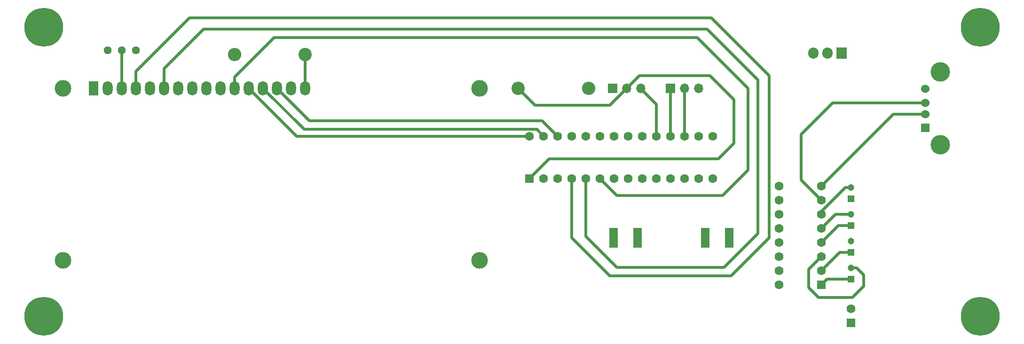
<source format=gbr>
%TF.GenerationSoftware,KiCad,Pcbnew,5.1.10-88a1d61d58~90~ubuntu20.04.1*%
%TF.CreationDate,2022-04-26T10:49:59-05:00*%
%TF.ProjectId,PantallaSerie,50616e74-616c-46c6-9153-657269652e6b,rev?*%
%TF.SameCoordinates,Original*%
%TF.FileFunction,Copper,L1,Top*%
%TF.FilePolarity,Positive*%
%FSLAX46Y46*%
G04 Gerber Fmt 4.6, Leading zero omitted, Abs format (unit mm)*
G04 Created by KiCad (PCBNEW 5.1.10-88a1d61d58~90~ubuntu20.04.1) date 2022-04-26 10:49:59*
%MOMM*%
%LPD*%
G01*
G04 APERTURE LIST*
%TA.AperFunction,ComponentPad*%
%ADD10R,1.600000X1.600000*%
%TD*%
%TA.AperFunction,ComponentPad*%
%ADD11C,1.600000*%
%TD*%
%TA.AperFunction,ComponentPad*%
%ADD12R,1.200000X1.200000*%
%TD*%
%TA.AperFunction,ComponentPad*%
%ADD13C,1.200000*%
%TD*%
%TA.AperFunction,ComponentPad*%
%ADD14C,0.100000*%
%TD*%
%TA.AperFunction,ComponentPad*%
%ADD15R,1.800000X2.600000*%
%TD*%
%TA.AperFunction,ComponentPad*%
%ADD16O,1.800000X2.600000*%
%TD*%
%TA.AperFunction,ComponentPad*%
%ADD17C,3.000000*%
%TD*%
%TA.AperFunction,ComponentPad*%
%ADD18C,7.000000*%
%TD*%
%TA.AperFunction,ComponentPad*%
%ADD19O,1.905000X2.000000*%
%TD*%
%TA.AperFunction,ComponentPad*%
%ADD20R,1.905000X2.000000*%
%TD*%
%TA.AperFunction,ComponentPad*%
%ADD21O,1.700000X1.700000*%
%TD*%
%TA.AperFunction,ComponentPad*%
%ADD22R,1.700000X1.700000*%
%TD*%
%TA.AperFunction,ComponentPad*%
%ADD23C,1.524000*%
%TD*%
%TA.AperFunction,ComponentPad*%
%ADD24R,1.524000X1.524000*%
%TD*%
%TA.AperFunction,ComponentPad*%
%ADD25C,3.500000*%
%TD*%
%TA.AperFunction,ComponentPad*%
%ADD26O,2.400000X2.400000*%
%TD*%
%TA.AperFunction,ComponentPad*%
%ADD27C,2.400000*%
%TD*%
%TA.AperFunction,ComponentPad*%
%ADD28C,1.440000*%
%TD*%
%TA.AperFunction,Conductor*%
%ADD29C,0.500000*%
%TD*%
%TA.AperFunction,Conductor*%
%ADD30C,0.250000*%
%TD*%
G04 APERTURE END LIST*
D10*
%TO.P,U1,1*%
%TO.N,Net-(C1-Pad1)*%
X211404200Y-127381000D03*
D11*
%TO.P,U1,2*%
%TO.N,Net-(C2-Pad1)*%
X211404200Y-124841000D03*
%TO.P,U1,3*%
%TO.N,Net-(C1-Pad2)*%
X211404200Y-122301000D03*
%TO.P,U1,4*%
%TO.N,Net-(C4-Pad1)*%
X211404200Y-119761000D03*
%TO.P,U1,5*%
%TO.N,Net-(C4-Pad2)*%
X211404200Y-117221000D03*
%TO.P,U1,6*%
%TO.N,Net-(C3-Pad2)*%
X211404200Y-114681000D03*
%TO.P,U1,7*%
%TO.N,Net-(J1-Pad3)*%
X211404200Y-112141000D03*
%TO.P,U1,10*%
%TO.N,Net-(U1-Pad10)*%
X203784200Y-112141000D03*
%TO.P,U1,11*%
%TO.N,Net-(U1-Pad11)*%
X203784200Y-114681000D03*
%TO.P,U1,12*%
%TO.N,Net-(U1-Pad12)*%
X203784200Y-117221000D03*
%TO.P,U1,13*%
%TO.N,Net-(U1-Pad13)*%
X203784200Y-119761000D03*
%TO.P,U1,14*%
%TO.N,Net-(U1-Pad14)*%
X203784200Y-122301000D03*
%TO.P,U1,15*%
%TO.N,GND*%
X203784200Y-124841000D03*
%TO.P,U1,16*%
%TO.N,+5V*%
X203784200Y-127381000D03*
%TO.P,U1,8*%
%TO.N,Net-(J1-Pad2)*%
X211404200Y-109601000D03*
%TO.P,U1,9*%
%TO.N,Net-(U1-Pad9)*%
X203784200Y-109601000D03*
%TD*%
D12*
%TO.P,C2,1*%
%TO.N,Net-(C2-Pad1)*%
X216738200Y-121539000D03*
D13*
%TO.P,C2,2*%
%TO.N,GND*%
X216738200Y-119539000D03*
%TD*%
D11*
%TO.P,C5,2*%
%TO.N,GND*%
X216738200Y-131739000D03*
D10*
%TO.P,C5,1*%
%TO.N,+5V*%
X216738200Y-134239000D03*
%TD*%
D13*
%TO.P,C3,2*%
%TO.N,Net-(C3-Pad2)*%
X216738200Y-109887000D03*
D12*
%TO.P,C3,1*%
%TO.N,GND*%
X216738200Y-111887000D03*
%TD*%
D13*
%TO.P,C4,2*%
%TO.N,Net-(C4-Pad2)*%
X216738200Y-114713000D03*
D12*
%TO.P,C4,1*%
%TO.N,Net-(C4-Pad1)*%
X216738200Y-116713000D03*
%TD*%
%TO.P,C1,1*%
%TO.N,Net-(C1-Pad1)*%
X216738200Y-126365000D03*
D13*
%TO.P,C1,2*%
%TO.N,Net-(C1-Pad2)*%
X216738200Y-124365000D03*
%TD*%
%TA.AperFunction,ComponentPad*%
D14*
%TO.P,SW1,1*%
%TO.N,Net-(SW1-Pad1)*%
G36*
X177536600Y-117198200D02*
G01*
X179060600Y-117198200D01*
X179060600Y-120698200D01*
X177536600Y-120698200D01*
X177536600Y-117198200D01*
G37*
%TD.AperFunction*%
%TA.AperFunction,ComponentPad*%
%TO.P,SW1,2*%
%TO.N,GND*%
G36*
X173186600Y-117198200D02*
G01*
X174710600Y-117198200D01*
X174710600Y-120698200D01*
X173186600Y-120698200D01*
X173186600Y-117198200D01*
G37*
%TD.AperFunction*%
%TD*%
%TA.AperFunction,ComponentPad*%
%TO.P,SW2,1*%
%TO.N,Net-(SW2-Pad1)*%
G36*
X191220600Y-120698200D02*
G01*
X189696600Y-120698200D01*
X189696600Y-117198200D01*
X191220600Y-117198200D01*
X191220600Y-120698200D01*
G37*
%TD.AperFunction*%
%TA.AperFunction,ComponentPad*%
%TO.P,SW2,2*%
%TO.N,GND*%
G36*
X195570600Y-120698200D02*
G01*
X194046600Y-120698200D01*
X194046600Y-117198200D01*
X195570600Y-117198200D01*
X195570600Y-120698200D01*
G37*
%TD.AperFunction*%
%TD*%
D15*
%TO.P,U3,1*%
%TO.N,GND*%
X80365600Y-92024200D03*
D16*
%TO.P,U3,2*%
%TO.N,+5V*%
X82905600Y-92024200D03*
%TO.P,U3,3*%
%TO.N,Net-(R_POT_TRIM1-Pad2)*%
X85445600Y-92024200D03*
%TO.P,U3,4*%
%TO.N,Net-(U2-Pad4)*%
X87985600Y-92024200D03*
%TO.P,U3,5*%
%TO.N,GND*%
X90525600Y-92024200D03*
%TO.P,U3,6*%
%TO.N,Net-(U2-Pad5)*%
X93065600Y-92024200D03*
%TO.P,U3,7*%
%TO.N,Net-(U3-Pad7)*%
X95605600Y-92024200D03*
%TO.P,U3,8*%
%TO.N,Net-(U3-Pad8)*%
X98145600Y-92024200D03*
%TO.P,U3,9*%
%TO.N,Net-(U3-Pad9)*%
X100685600Y-92024200D03*
%TO.P,U3,10*%
%TO.N,Net-(U3-Pad10)*%
X103225600Y-92024200D03*
%TO.P,U3,11*%
%TO.N,Net-(U2-Pad6)*%
X105765600Y-92024200D03*
%TO.P,U3,12*%
%TO.N,Net-(U2-Pad28)*%
X108305600Y-92024200D03*
%TO.P,U3,13*%
%TO.N,Net-(U2-Pad27)*%
X110845600Y-92024200D03*
%TO.P,U3,14*%
%TO.N,Net-(U2-Pad26)*%
X113385600Y-92024200D03*
%TO.P,U3,15*%
%TO.N,+5V*%
X115925600Y-92024200D03*
%TO.P,U3,16*%
%TO.N,Net-(R2-Pad1)*%
X118465600Y-92024200D03*
D17*
%TO.P,U3,*%
%TO.N,*%
X74866500Y-92024200D03*
X74866500Y-123024900D03*
X149865080Y-123024900D03*
X149865600Y-92024200D03*
%TD*%
D18*
%TO.P,REF\u002A\u002A,1*%
%TO.N,N/C*%
X240030000Y-133096000D03*
%TD*%
%TO.P,REF\u002A\u002A,1*%
%TO.N,N/C*%
X240030000Y-81026000D03*
%TD*%
%TO.P,REF\u002A\u002A,1*%
%TO.N,N/C*%
X71374000Y-133096000D03*
%TD*%
%TO.P,REF\u002A\u002A,1*%
%TO.N,N/C*%
X71374000Y-81026000D03*
%TD*%
D19*
%TO.P,U4,3*%
%TO.N,+5V*%
X209956400Y-85648800D03*
%TO.P,U4,2*%
%TO.N,GND*%
X212496400Y-85648800D03*
D20*
%TO.P,U4,1*%
%TO.N,+12V*%
X215036400Y-85648800D03*
%TD*%
D21*
%TO.P,J3,3*%
%TO.N,GND*%
X189331600Y-92024200D03*
%TO.P,J3,2*%
%TO.N,Net-(J3-Pad2)*%
X186791600Y-92024200D03*
D22*
%TO.P,J3,1*%
%TO.N,Net-(J3-Pad1)*%
X184251600Y-92024200D03*
%TD*%
D21*
%TO.P,J2,3*%
%TO.N,Net-(J2-Pad3)*%
X178917600Y-92024200D03*
%TO.P,J2,2*%
%TO.N,Net-(J2-Pad2)*%
X176377600Y-92024200D03*
D22*
%TO.P,J2,1*%
%TO.N,+5V*%
X173837600Y-92024200D03*
%TD*%
D23*
%TO.P,J1,4*%
%TO.N,GND*%
X230073200Y-92136200D03*
%TO.P,J1,3*%
%TO.N,Net-(J1-Pad3)*%
X230073200Y-94636200D03*
%TO.P,J1,2*%
%TO.N,Net-(J1-Pad2)*%
X230073200Y-96636200D03*
D24*
%TO.P,J1,1*%
%TO.N,+12V*%
X230073200Y-99136200D03*
D25*
%TO.P,J1,5*%
%TO.N,HT*%
X232783200Y-102206200D03*
X232783200Y-89066200D03*
%TD*%
D26*
%TO.P,R1,2*%
%TO.N,+5V*%
X169519600Y-92024200D03*
D27*
%TO.P,R1,1*%
%TO.N,Net-(J2-Pad2)*%
X156819600Y-92024200D03*
%TD*%
%TO.P,R2,1*%
%TO.N,Net-(R2-Pad1)*%
X118465600Y-85928200D03*
D26*
%TO.P,R2,2*%
%TO.N,GND*%
X105765600Y-85928200D03*
%TD*%
D28*
%TO.P,R_POT_TRIM1,1*%
%TO.N,+5V*%
X82905600Y-85166200D03*
%TO.P,R_POT_TRIM1,2*%
%TO.N,Net-(R_POT_TRIM1-Pad2)*%
X85445600Y-85166200D03*
%TO.P,R_POT_TRIM1,3*%
%TO.N,GND*%
X87985600Y-85166200D03*
%TD*%
D10*
%TO.P,U2,1*%
%TO.N,Net-(J2-Pad2)*%
X158851600Y-108280200D03*
D11*
%TO.P,U2,2*%
%TO.N,Net-(U1-Pad9)*%
X161391600Y-108280200D03*
%TO.P,U2,3*%
%TO.N,Net-(U1-Pad10)*%
X163931600Y-108280200D03*
%TO.P,U2,4*%
%TO.N,Net-(U2-Pad4)*%
X166471600Y-108280200D03*
%TO.P,U2,5*%
%TO.N,Net-(U2-Pad5)*%
X169011600Y-108280200D03*
%TO.P,U2,6*%
%TO.N,Net-(U2-Pad6)*%
X171551600Y-108280200D03*
%TO.P,U2,7*%
%TO.N,+5V*%
X174091600Y-108280200D03*
%TO.P,U2,8*%
%TO.N,GND*%
X176631600Y-108280200D03*
%TO.P,U2,9*%
%TO.N,Net-(U2-Pad9)*%
X179171600Y-108280200D03*
%TO.P,U2,10*%
%TO.N,Net-(U2-Pad10)*%
X181711600Y-108280200D03*
%TO.P,U2,11*%
%TO.N,Net-(U2-Pad11)*%
X184251600Y-108280200D03*
%TO.P,U2,12*%
%TO.N,Net-(U2-Pad12)*%
X186791600Y-108280200D03*
%TO.P,U2,13*%
%TO.N,Net-(SW1-Pad1)*%
X189331600Y-108280200D03*
%TO.P,U2,14*%
%TO.N,Net-(SW2-Pad1)*%
X191871600Y-108280200D03*
%TO.P,U2,15*%
%TO.N,Net-(U2-Pad15)*%
X191871600Y-100660200D03*
%TO.P,U2,16*%
%TO.N,Net-(U2-Pad16)*%
X189331600Y-100660200D03*
%TO.P,U2,17*%
%TO.N,Net-(J3-Pad2)*%
X186791600Y-100660200D03*
%TO.P,U2,18*%
%TO.N,Net-(J3-Pad1)*%
X184251600Y-100660200D03*
%TO.P,U2,19*%
%TO.N,Net-(J2-Pad3)*%
X181711600Y-100660200D03*
%TO.P,U2,20*%
%TO.N,Net-(U2-Pad20)*%
X179171600Y-100660200D03*
%TO.P,U2,21*%
%TO.N,Net-(U2-Pad21)*%
X176631600Y-100660200D03*
%TO.P,U2,22*%
%TO.N,GND*%
X174091600Y-100660200D03*
%TO.P,U2,23*%
%TO.N,Net-(U2-Pad23)*%
X171551600Y-100660200D03*
%TO.P,U2,24*%
%TO.N,Net-(U2-Pad24)*%
X169011600Y-100660200D03*
%TO.P,U2,25*%
%TO.N,Net-(U2-Pad25)*%
X166471600Y-100660200D03*
%TO.P,U2,26*%
%TO.N,Net-(U2-Pad26)*%
X163931600Y-100660200D03*
%TO.P,U2,27*%
%TO.N,Net-(U2-Pad27)*%
X161391600Y-100660200D03*
%TO.P,U2,28*%
%TO.N,Net-(U2-Pad28)*%
X158851600Y-100660200D03*
%TD*%
D29*
%TO.N,Net-(C1-Pad1)*%
X216738200Y-126365000D02*
X212420200Y-126365000D01*
X212420200Y-126365000D02*
X211404200Y-127381000D01*
%TO.N,Net-(C1-Pad2)*%
X217786200Y-124365000D02*
X219024200Y-125603000D01*
X210896200Y-129667000D02*
X209118200Y-127889000D01*
X216992200Y-129667000D02*
X210896200Y-129667000D01*
X219024200Y-127635000D02*
X216992200Y-129667000D01*
X216738200Y-124365000D02*
X217786200Y-124365000D01*
X209118200Y-127889000D02*
X209118200Y-124587000D01*
X219024200Y-125603000D02*
X219024200Y-127635000D01*
X209118200Y-124587000D02*
X211404200Y-122301000D01*
%TO.N,Net-(C2-Pad1)*%
X214706200Y-121539000D02*
X211404200Y-124841000D01*
X216738200Y-121539000D02*
X214706200Y-121539000D01*
D30*
%TO.N,Net-(C3-Pad2)*%
X211404200Y-114173000D02*
X211404200Y-114681000D01*
D29*
X215690200Y-109887000D02*
X211404200Y-114173000D01*
X216738200Y-109887000D02*
X215690200Y-109887000D01*
%TO.N,Net-(C4-Pad2)*%
X213912200Y-114713000D02*
X211404200Y-117221000D01*
X216738200Y-114713000D02*
X213912200Y-114713000D01*
%TO.N,Net-(C4-Pad1)*%
X216738200Y-116713000D02*
X214452200Y-116713000D01*
X214452200Y-116713000D02*
X211404200Y-119761000D01*
D30*
%TO.N,Net-(J1-Pad2)*%
X211388200Y-109585000D02*
X211404200Y-109601000D01*
D29*
X224369000Y-96636200D02*
X211404200Y-109601000D01*
X230073200Y-96636200D02*
X224369000Y-96636200D01*
%TO.N,Net-(J1-Pad3)*%
X230073200Y-94636200D02*
X213440400Y-94636200D01*
X213440400Y-94636200D02*
X207772000Y-100304600D01*
X207772000Y-108508800D02*
X211404200Y-112141000D01*
X207772000Y-100304600D02*
X207772000Y-108508800D01*
%TO.N,Net-(J2-Pad3)*%
X181711600Y-94898200D02*
X178837600Y-92024200D01*
X181711600Y-100660200D02*
X181711600Y-94898200D01*
%TO.N,Net-(J2-Pad2)*%
X176337600Y-92024200D02*
X178623600Y-89738200D01*
X178623600Y-89738200D02*
X191363600Y-89738200D01*
X191363600Y-89738200D02*
X195681600Y-94056200D01*
X195681600Y-94056200D02*
X195681600Y-101930200D01*
X195681600Y-101930200D02*
X192887600Y-104724200D01*
X162407600Y-104724200D02*
X158851600Y-108280200D01*
X192887600Y-104724200D02*
X162407600Y-104724200D01*
X156819600Y-92024200D02*
X159867600Y-95072200D01*
X173289600Y-95072200D02*
X176337600Y-92024200D01*
X159867600Y-95072200D02*
X173289600Y-95072200D01*
%TO.N,Net-(J3-Pad1)*%
X184251600Y-92024200D02*
X184251600Y-100660200D01*
%TO.N,Net-(J3-Pad2)*%
X186751600Y-100620200D02*
X186791600Y-100660200D01*
X186751600Y-92024200D02*
X186751600Y-100620200D01*
%TO.N,Net-(R2-Pad1)*%
X118465600Y-85928200D02*
X118465600Y-92024200D01*
%TO.N,Net-(R_POT_TRIM1-Pad2)*%
X85445600Y-92024200D02*
X85445600Y-85166200D01*
%TO.N,Net-(U2-Pad4)*%
X166471600Y-108280200D02*
X166471600Y-118948200D01*
X166471600Y-118948200D02*
X173329600Y-125806200D01*
X173329600Y-125806200D02*
X195173600Y-125806200D01*
X195173600Y-125806200D02*
X202031600Y-118948200D01*
X202031600Y-118948200D02*
X202031600Y-89738200D01*
X202031600Y-89738200D02*
X191617600Y-79324200D01*
X191617600Y-79324200D02*
X97637600Y-79324200D01*
X87985600Y-88976200D02*
X87985600Y-92024200D01*
X97637600Y-79324200D02*
X87985600Y-88976200D01*
%TO.N,Net-(U2-Pad5)*%
X100177600Y-81356200D02*
X93065600Y-88468200D01*
X199999600Y-118186200D02*
X199999600Y-90500200D01*
X93065600Y-88468200D02*
X93065600Y-92024200D01*
X193903600Y-124282200D02*
X199999600Y-118186200D01*
X174599600Y-124282200D02*
X193903600Y-124282200D01*
X190855600Y-81356200D02*
X100177600Y-81356200D01*
X199999600Y-90500200D02*
X190855600Y-81356200D01*
X169011600Y-118694200D02*
X174599600Y-124282200D01*
X169011600Y-108280200D02*
X169011600Y-118694200D01*
%TO.N,Net-(U2-Pad6)*%
X171551600Y-108280200D02*
X174599600Y-111328200D01*
X174599600Y-111328200D02*
X193649600Y-111328200D01*
X193649600Y-111328200D02*
X198221600Y-106756200D01*
X198221600Y-106756200D02*
X198221600Y-92024200D01*
X198221600Y-92024200D02*
X189077600Y-82880200D01*
X189077600Y-82880200D02*
X112877600Y-82880200D01*
X105765600Y-89992200D02*
X105765600Y-92024200D01*
X112877600Y-82880200D02*
X105765600Y-89992200D01*
%TO.N,Net-(U2-Pad26)*%
X163931600Y-100660200D02*
X161137600Y-97866200D01*
X119227600Y-97866200D02*
X113385600Y-92024200D01*
X161137600Y-97866200D02*
X119227600Y-97866200D01*
%TO.N,Net-(U2-Pad27)*%
X118231599Y-99410199D02*
X110845600Y-92024200D01*
X160141599Y-99410199D02*
X118231599Y-99410199D01*
X161391600Y-100660200D02*
X160141599Y-99410199D01*
%TO.N,Net-(U2-Pad28)*%
X116941600Y-100660200D02*
X108305600Y-92024200D01*
X158851600Y-100660200D02*
X116941600Y-100660200D01*
%TD*%
M02*

</source>
